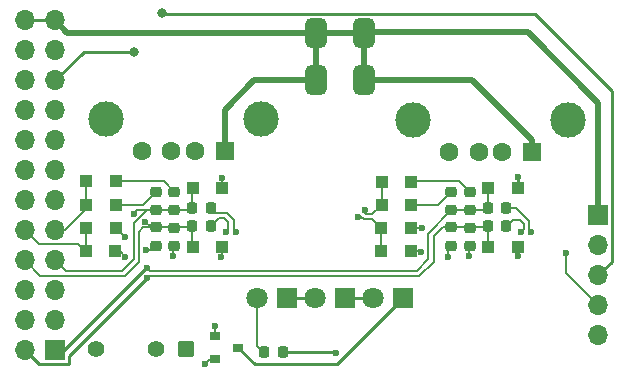
<source format=gtl>
G04 #@! TF.GenerationSoftware,KiCad,Pcbnew,7.0.6+dfsg-1*
G04 #@! TF.CreationDate,2023-08-24T18:37:01+02:00*
G04 #@! TF.ProjectId,USB,5553422e-6b69-4636-9164-5f7063625858,rev?*
G04 #@! TF.SameCoordinates,Original*
G04 #@! TF.FileFunction,Copper,L1,Top*
G04 #@! TF.FilePolarity,Positive*
%FSLAX46Y46*%
G04 Gerber Fmt 4.6, Leading zero omitted, Abs format (unit mm)*
G04 Created by KiCad (PCBNEW 7.0.6+dfsg-1) date 2023-08-24 18:37:01*
%MOMM*%
%LPD*%
G01*
G04 APERTURE LIST*
G04 Aperture macros list*
%AMRoundRect*
0 Rectangle with rounded corners*
0 $1 Rounding radius*
0 $2 $3 $4 $5 $6 $7 $8 $9 X,Y pos of 4 corners*
0 Add a 4 corners polygon primitive as box body*
4,1,4,$2,$3,$4,$5,$6,$7,$8,$9,$2,$3,0*
0 Add four circle primitives for the rounded corners*
1,1,$1+$1,$2,$3*
1,1,$1+$1,$4,$5*
1,1,$1+$1,$6,$7*
1,1,$1+$1,$8,$9*
0 Add four rect primitives between the rounded corners*
20,1,$1+$1,$2,$3,$4,$5,0*
20,1,$1+$1,$4,$5,$6,$7,0*
20,1,$1+$1,$6,$7,$8,$9,0*
20,1,$1+$1,$8,$9,$2,$3,0*%
G04 Aperture macros list end*
G04 #@! TA.AperFunction,SMDPad,CuDef*
%ADD10R,1.000000X1.000000*%
G04 #@! TD*
G04 #@! TA.AperFunction,SMDPad,CuDef*
%ADD11RoundRect,0.218750X0.256250X-0.218750X0.256250X0.218750X-0.256250X0.218750X-0.256250X-0.218750X0*%
G04 #@! TD*
G04 #@! TA.AperFunction,SMDPad,CuDef*
%ADD12RoundRect,0.218750X-0.256250X0.218750X-0.256250X-0.218750X0.256250X-0.218750X0.256250X0.218750X0*%
G04 #@! TD*
G04 #@! TA.AperFunction,SMDPad,CuDef*
%ADD13RoundRect,0.218750X-0.218750X-0.256250X0.218750X-0.256250X0.218750X0.256250X-0.218750X0.256250X0*%
G04 #@! TD*
G04 #@! TA.AperFunction,SMDPad,CuDef*
%ADD14RoundRect,0.450000X0.450000X-0.800000X0.450000X0.800000X-0.450000X0.800000X-0.450000X-0.800000X0*%
G04 #@! TD*
G04 #@! TA.AperFunction,ComponentPad*
%ADD15R,1.700000X1.700000*%
G04 #@! TD*
G04 #@! TA.AperFunction,ComponentPad*
%ADD16O,1.700000X1.700000*%
G04 #@! TD*
G04 #@! TA.AperFunction,ComponentPad*
%ADD17R,1.600000X1.600000*%
G04 #@! TD*
G04 #@! TA.AperFunction,ComponentPad*
%ADD18C,1.600000*%
G04 #@! TD*
G04 #@! TA.AperFunction,ComponentPad*
%ADD19C,3.000000*%
G04 #@! TD*
G04 #@! TA.AperFunction,ComponentPad*
%ADD20R,1.800000X1.800000*%
G04 #@! TD*
G04 #@! TA.AperFunction,ComponentPad*
%ADD21C,1.800000*%
G04 #@! TD*
G04 #@! TA.AperFunction,SMDPad,CuDef*
%ADD22RoundRect,0.218750X0.218750X0.256250X-0.218750X0.256250X-0.218750X-0.256250X0.218750X-0.256250X0*%
G04 #@! TD*
G04 #@! TA.AperFunction,ComponentPad*
%ADD23RoundRect,0.249200X0.450800X0.450800X-0.450800X0.450800X-0.450800X-0.450800X0.450800X-0.450800X0*%
G04 #@! TD*
G04 #@! TA.AperFunction,ComponentPad*
%ADD24C,1.400000*%
G04 #@! TD*
G04 #@! TA.AperFunction,SMDPad,CuDef*
%ADD25R,0.900000X0.800000*%
G04 #@! TD*
G04 #@! TA.AperFunction,ViaPad*
%ADD26C,0.600000*%
G04 #@! TD*
G04 #@! TA.AperFunction,ViaPad*
%ADD27C,0.800000*%
G04 #@! TD*
G04 #@! TA.AperFunction,Conductor*
%ADD28C,0.200000*%
G04 #@! TD*
G04 #@! TA.AperFunction,Conductor*
%ADD29C,0.250000*%
G04 #@! TD*
G04 #@! TA.AperFunction,Conductor*
%ADD30C,0.500000*%
G04 #@! TD*
G04 APERTURE END LIST*
D10*
X131364000Y-97608000D03*
X128864000Y-97608000D03*
X128844000Y-99568000D03*
X131344000Y-99568000D03*
X131404000Y-93638000D03*
X128904000Y-93638000D03*
X137899000Y-94163000D03*
X140399000Y-94163000D03*
X156364000Y-97608000D03*
X153864000Y-97608000D03*
X153844000Y-99568000D03*
X156344000Y-99568000D03*
X153904000Y-95628000D03*
X156404000Y-95628000D03*
X162899000Y-94163000D03*
X165399000Y-94163000D03*
D11*
X134789000Y-99115500D03*
X134789000Y-97540500D03*
D12*
X134789000Y-94520500D03*
X134789000Y-96095500D03*
D13*
X137864000Y-95920500D03*
X139439000Y-95920500D03*
D11*
X159789000Y-99115500D03*
X159789000Y-97540500D03*
X161334000Y-99123000D03*
X161334000Y-97548000D03*
D13*
X162864000Y-95920500D03*
X164439000Y-95920500D03*
D14*
X148336000Y-85058000D03*
X148336000Y-81058000D03*
D11*
X136339000Y-99125500D03*
X136339000Y-97550500D03*
D15*
X126238000Y-107950000D03*
D16*
X123698000Y-107950000D03*
X126238000Y-105410000D03*
X123698000Y-105410000D03*
X126238000Y-102870000D03*
X123698000Y-102870000D03*
X126238000Y-100330000D03*
X123698000Y-100330000D03*
X126238000Y-97790000D03*
X123698000Y-97790000D03*
X126238000Y-95250000D03*
X123698000Y-95250000D03*
X126238000Y-92710000D03*
X123698000Y-92710000D03*
X126238000Y-90170000D03*
X123698000Y-90170000D03*
X126238000Y-87630000D03*
X123698000Y-87630000D03*
X126238000Y-85090000D03*
X123698000Y-85090000D03*
X126238000Y-82550000D03*
X123698000Y-82550000D03*
X126238000Y-80010000D03*
X123698000Y-80010000D03*
D10*
X162911500Y-99190500D03*
X165411500Y-99190500D03*
D14*
X152400000Y-85058000D03*
X152400000Y-81058000D03*
D11*
X136339000Y-96098000D03*
X136339000Y-94523000D03*
D13*
X162864000Y-97450500D03*
X164439000Y-97450500D03*
D17*
X140600000Y-91100000D03*
D18*
X138100000Y-91100000D03*
X136100000Y-91100000D03*
X133600000Y-91100000D03*
D19*
X143670000Y-88390000D03*
X130530000Y-88390000D03*
D17*
X166624000Y-91186000D03*
D18*
X164124000Y-91186000D03*
X162124000Y-91186000D03*
X159624000Y-91186000D03*
D19*
X169694000Y-88476000D03*
X156554000Y-88476000D03*
D10*
X137911500Y-99190500D03*
X140411500Y-99190500D03*
X128904000Y-95628000D03*
X131404000Y-95628000D03*
X156404000Y-93698000D03*
X153904000Y-93698000D03*
D13*
X137864000Y-97450500D03*
X139439000Y-97450500D03*
D20*
X150800000Y-103500000D03*
D21*
X148260000Y-103500000D03*
D15*
X172212000Y-96520000D03*
D16*
X172212000Y-99060000D03*
X172212000Y-101600000D03*
X172212000Y-104140000D03*
X172212000Y-106680000D03*
D22*
X145501500Y-108108000D03*
X143926500Y-108108000D03*
D23*
X137314000Y-107848000D03*
D24*
X134774000Y-107848000D03*
X129694000Y-107848000D03*
D20*
X155700000Y-103500000D03*
D21*
X153160000Y-103500000D03*
D20*
X145900000Y-103500000D03*
D21*
X143360000Y-103500000D03*
D25*
X139764000Y-106768000D03*
X139764000Y-108668000D03*
X141764000Y-107718000D03*
D11*
X161344000Y-96098000D03*
X161344000Y-94523000D03*
D12*
X159789000Y-94520500D03*
X159789000Y-96095500D03*
D26*
X133938500Y-99438500D03*
X132204000Y-98308000D03*
X136224000Y-99978000D03*
X132204000Y-100008000D03*
X133894000Y-97078000D03*
X165434000Y-99988000D03*
X138924000Y-109138000D03*
X140384000Y-93358000D03*
X165464000Y-93228000D03*
X140334000Y-100018000D03*
X159534000Y-100048000D03*
X157304000Y-97588000D03*
X150014000Y-108138000D03*
X132884000Y-96368000D03*
X161294000Y-99948000D03*
X157194000Y-99588000D03*
X151873479Y-96628521D03*
X152474521Y-96027479D03*
X134014000Y-101803000D03*
X134014000Y-100953000D03*
X169484000Y-99718000D03*
D27*
X132921536Y-82674990D03*
X135300000Y-79400000D03*
D26*
X139824000Y-105848000D03*
X141569000Y-97888000D03*
X140719000Y-97888000D03*
X166579000Y-97898000D03*
X165729000Y-97898000D03*
D28*
X128844000Y-99568000D02*
X128216000Y-98940000D01*
X124848000Y-98940000D02*
X123698000Y-97790000D01*
X128216000Y-98940000D02*
X124848000Y-98940000D01*
X128844000Y-97628000D02*
X128864000Y-97608000D01*
X128844000Y-99568000D02*
X128844000Y-97628000D01*
X131504000Y-97608000D02*
X132204000Y-98308000D01*
X131364000Y-97608000D02*
X131504000Y-97608000D01*
X133938500Y-99438500D02*
X134466000Y-99438500D01*
X134466000Y-99438500D02*
X134789000Y-99115500D01*
X131764000Y-99568000D02*
X131344000Y-99568000D01*
X136224000Y-99978000D02*
X136224000Y-99240500D01*
X132204000Y-100008000D02*
X131764000Y-99568000D01*
X136224000Y-99240500D02*
X136339000Y-99125500D01*
X127092000Y-97790000D02*
X126238000Y-97790000D01*
X128904000Y-93638000D02*
X128904000Y-95628000D01*
X128904000Y-95978000D02*
X127092000Y-97790000D01*
X128904000Y-95628000D02*
X128904000Y-95978000D01*
X135454000Y-93638000D02*
X131404000Y-93638000D01*
X135454000Y-93638000D02*
X136339000Y-94523000D01*
X131404000Y-95628000D02*
X133681500Y-95628000D01*
X133681500Y-95628000D02*
X134789000Y-94520500D01*
X137774000Y-97540500D02*
X137864000Y-97450500D01*
X137864000Y-97450500D02*
X137864000Y-99143000D01*
X133681500Y-97540500D02*
X133339000Y-97883000D01*
X134789000Y-97540500D02*
X133681500Y-97540500D01*
X133339000Y-100473000D02*
X132184000Y-101628000D01*
X134789000Y-97540500D02*
X134356500Y-97540500D01*
X137864000Y-99143000D02*
X137911500Y-99190500D01*
X134356500Y-97540500D02*
X133894000Y-97078000D01*
X134789000Y-97540500D02*
X137774000Y-97540500D01*
X124996000Y-101628000D02*
X123698000Y-100330000D01*
X133339000Y-97883000D02*
X133339000Y-100473000D01*
X132184000Y-101628000D02*
X124996000Y-101628000D01*
X140411500Y-99190500D02*
X140411500Y-99940500D01*
X140411500Y-99940500D02*
X140334000Y-100018000D01*
D29*
X165411500Y-99965500D02*
X165434000Y-99988000D01*
X165399000Y-93293000D02*
X165464000Y-93228000D01*
D28*
X140399000Y-93373000D02*
X140384000Y-93358000D01*
X139764000Y-108668000D02*
X139394000Y-108668000D01*
X140399000Y-94163000D02*
X140399000Y-93373000D01*
D29*
X165411500Y-99190500D02*
X165411500Y-99965500D01*
D28*
X139394000Y-108668000D02*
X138924000Y-109138000D01*
D29*
X165399000Y-94163000D02*
X165399000Y-93293000D01*
D28*
X159534000Y-100048000D02*
X159534000Y-99370500D01*
X157284000Y-97608000D02*
X157304000Y-97588000D01*
X156364000Y-97608000D02*
X157284000Y-97608000D01*
X159534000Y-99370500D02*
X159789000Y-99115500D01*
D30*
X161546000Y-85058000D02*
X166624000Y-90136000D01*
X161546000Y-85058000D02*
X152400000Y-85058000D01*
D29*
X145501500Y-108108000D02*
X149984000Y-108108000D01*
D30*
X172212000Y-86996000D02*
X166244000Y-81028000D01*
X140600000Y-87552000D02*
X140600000Y-91100000D01*
D28*
X152400000Y-81058000D02*
X152442000Y-81100000D01*
D29*
X123698000Y-80010000D02*
X126238000Y-80010000D01*
D30*
X152400000Y-85058000D02*
X152400000Y-81058000D01*
X143094000Y-85058000D02*
X148336000Y-85058000D01*
X143094000Y-85058000D02*
X140600000Y-87552000D01*
X148336000Y-81058000D02*
X152400000Y-81058000D01*
X126238000Y-80010000D02*
X127286000Y-81058000D01*
X148336000Y-85058000D02*
X148336000Y-81058000D01*
X166244000Y-81028000D02*
X152430000Y-81028000D01*
D29*
X149984000Y-108108000D02*
X150014000Y-108138000D01*
D30*
X172212000Y-96520000D02*
X172212000Y-86996000D01*
X166624000Y-90136000D02*
X166624000Y-91186000D01*
X152430000Y-81028000D02*
X152400000Y-81058000D01*
X127286000Y-81058000D02*
X148336000Y-81058000D01*
D28*
X137686500Y-96098000D02*
X137864000Y-95920500D01*
X137864000Y-94198000D02*
X137899000Y-94163000D01*
X137864000Y-95920500D02*
X137864000Y-94198000D01*
X133156500Y-96095500D02*
X132884000Y-96368000D01*
X127136000Y-101228000D02*
X126238000Y-100330000D01*
X136336500Y-96095500D02*
X136339000Y-96098000D01*
X133994750Y-96095500D02*
X132889000Y-97201250D01*
X134789000Y-96095500D02*
X136336500Y-96095500D01*
X131904000Y-101228000D02*
X127136000Y-101228000D01*
X132889000Y-97201250D02*
X132889000Y-100243000D01*
X134789000Y-96095500D02*
X133156500Y-96095500D01*
X134789000Y-96095500D02*
X133994750Y-96095500D01*
X136339000Y-96098000D02*
X137686500Y-96098000D01*
X132889000Y-100243000D02*
X131904000Y-101228000D01*
X161294000Y-99948000D02*
X161294000Y-99163000D01*
X161294000Y-99163000D02*
X161334000Y-99123000D01*
X156344000Y-99568000D02*
X157174000Y-99568000D01*
X157174000Y-99568000D02*
X157194000Y-99588000D01*
X152156322Y-96628521D02*
X152390802Y-96863001D01*
X153844000Y-97628000D02*
X153864000Y-97608000D01*
X151873479Y-96628521D02*
X152156322Y-96628521D01*
X153119001Y-96863001D02*
X153864000Y-97608000D01*
X152390802Y-96863001D02*
X153119001Y-96863001D01*
X153844000Y-99568000D02*
X153844000Y-97628000D01*
X156404000Y-93638000D02*
X160459000Y-93638000D01*
X160459000Y-93638000D02*
X161344000Y-94523000D01*
X153904000Y-95628000D02*
X153904000Y-93638000D01*
X152474521Y-96027479D02*
X152474521Y-96310322D01*
X152474521Y-96310322D02*
X152577198Y-96412999D01*
X153119001Y-96412999D02*
X153904000Y-95628000D01*
X152577198Y-96412999D02*
X153119001Y-96412999D01*
X156404000Y-95628000D02*
X158681500Y-95628000D01*
X158681500Y-95628000D02*
X159789000Y-94520500D01*
D29*
X145900000Y-103500000D02*
X148260000Y-103500000D01*
D28*
X162911500Y-97498000D02*
X162864000Y-97450500D01*
X159789000Y-97540500D02*
X162774000Y-97540500D01*
X162774000Y-97540500D02*
X162864000Y-97450500D01*
X162911500Y-99190500D02*
X162911500Y-97498000D01*
X159789000Y-97540500D02*
X159051107Y-97540500D01*
D29*
X127413000Y-109125000D02*
X127413000Y-108404000D01*
D28*
X158294000Y-100451554D02*
X157059723Y-101685831D01*
X158294000Y-98297607D02*
X158294000Y-100451554D01*
D29*
X127413000Y-108404000D02*
X134014000Y-101803000D01*
D28*
X134131169Y-101685831D02*
X134014000Y-101803000D01*
D29*
X123698000Y-107950000D02*
X124873000Y-109125000D01*
X124873000Y-109125000D02*
X127413000Y-109125000D01*
D28*
X159051107Y-97540500D02*
X158294000Y-98297607D01*
X157059723Y-101685831D02*
X134131169Y-101685831D01*
X156852615Y-101185831D02*
X134246831Y-101185831D01*
X162899000Y-95885500D02*
X162864000Y-95920500D01*
X157794000Y-98090500D02*
X157794000Y-100244446D01*
X134246831Y-101185831D02*
X134014000Y-100953000D01*
X157794000Y-100244446D02*
X156852615Y-101185831D01*
D29*
X126238000Y-107950000D02*
X126983116Y-107950000D01*
X133980116Y-100953000D02*
X134014000Y-100953000D01*
D28*
X159789000Y-96095500D02*
X157794000Y-98090500D01*
X162899000Y-94163000D02*
X162899000Y-95885500D01*
X162689000Y-96095500D02*
X162864000Y-95920500D01*
X159789000Y-96095500D02*
X162689000Y-96095500D01*
D29*
X126983116Y-107950000D02*
X133980116Y-100953000D01*
D28*
X169484000Y-99718000D02*
X169484000Y-101412000D01*
X169484000Y-101412000D02*
X172212000Y-104140000D01*
D29*
X173387001Y-100424999D02*
X173387001Y-85987001D01*
X135382990Y-79482990D02*
X135300000Y-79400000D01*
X173387001Y-85987001D02*
X166882990Y-79482990D01*
X126238000Y-85090000D02*
X128653010Y-82674990D01*
X172212000Y-101600000D02*
X173387001Y-100424999D01*
X132355851Y-82674990D02*
X132921536Y-82674990D01*
X166882990Y-79482990D02*
X135382990Y-79482990D01*
X128653010Y-82674990D02*
X132355851Y-82674990D01*
D28*
X139824000Y-105848000D02*
X139824000Y-106708000D01*
X139824000Y-106708000D02*
X139764000Y-106768000D01*
X140763733Y-96289533D02*
X139808033Y-96289533D01*
X141369001Y-96894801D02*
X140763733Y-96289533D01*
X141569000Y-97888000D02*
X141369001Y-97688001D01*
X139808033Y-96289533D02*
X139439000Y-95920500D01*
X141369001Y-97688001D02*
X141369001Y-96894801D01*
X140577333Y-96739533D02*
X140149967Y-96739533D01*
X140719000Y-97888000D02*
X140918999Y-97688001D01*
X140918999Y-97688001D02*
X140918999Y-97081199D01*
X140149967Y-96739533D02*
X139439000Y-97450500D01*
X140918999Y-97081199D02*
X140577333Y-96739533D01*
X165274700Y-95920500D02*
X164439000Y-95920500D01*
X166379001Y-97024801D02*
X165274700Y-95920500D01*
X166579000Y-97898000D02*
X166379001Y-97698001D01*
X163420000Y-91001000D02*
X163870000Y-90551000D01*
X166379001Y-97698001D02*
X166379001Y-97024801D01*
X165928999Y-97211199D02*
X165614900Y-96897100D01*
X165729000Y-97898000D02*
X165928999Y-97698001D01*
X164992400Y-96897100D02*
X164439000Y-97450500D01*
X165614900Y-96897100D02*
X164992400Y-96897100D01*
X165928999Y-97698001D02*
X165928999Y-97211199D01*
X143360000Y-107541500D02*
X143360000Y-103500000D01*
X143926500Y-108108000D02*
X143360000Y-107541500D01*
D29*
X150800000Y-103500000D02*
X153160000Y-103500000D01*
X143164000Y-109118000D02*
X150082000Y-109118000D01*
X141764000Y-107718000D02*
X143164000Y-109118000D01*
X150082000Y-109118000D02*
X155700000Y-103500000D01*
M02*

</source>
